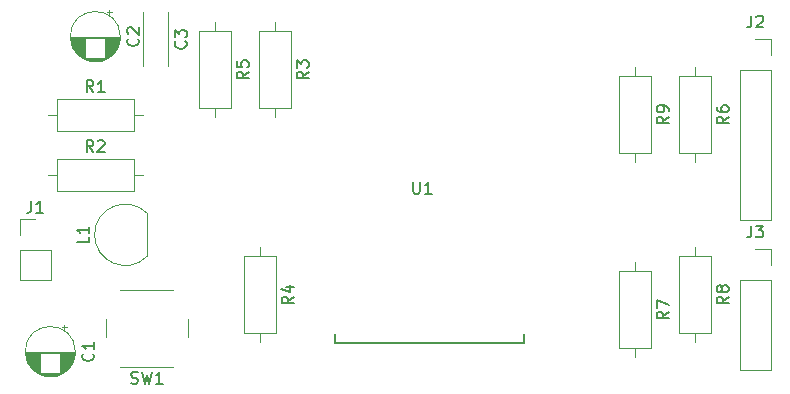
<source format=gbr>
G04 #@! TF.GenerationSoftware,KiCad,Pcbnew,5.0.2-bee76a0~70~ubuntu16.04.1*
G04 #@! TF.CreationDate,2019-02-11T12:56:34+03:00*
G04 #@! TF.ProjectId,esp12ef-ver1,65737031-3265-4662-9d76-6572312e6b69,rev?*
G04 #@! TF.SameCoordinates,Original*
G04 #@! TF.FileFunction,Legend,Top*
G04 #@! TF.FilePolarity,Positive*
%FSLAX46Y46*%
G04 Gerber Fmt 4.6, Leading zero omitted, Abs format (unit mm)*
G04 Created by KiCad (PCBNEW 5.0.2-bee76a0~70~ubuntu16.04.1) date Пн 11 фев 2019 12:56:34*
%MOMM*%
%LPD*%
G01*
G04 APERTURE LIST*
%ADD10C,0.120000*%
%ADD11C,0.152400*%
%ADD12C,0.150000*%
G04 APERTURE END LIST*
D10*
G04 #@! TO.C,L1*
X108530000Y-90700000D02*
X108530000Y-87100000D01*
X108518478Y-90738478D02*
G75*
G02X104080000Y-88900000I-1838478J1838478D01*
G01*
X108518478Y-87061522D02*
G75*
G03X104080000Y-88900000I-1838478J-1838478D01*
G01*
G04 #@! TO.C,R2*
X108180000Y-83820000D02*
X107410000Y-83820000D01*
X100100000Y-83820000D02*
X100870000Y-83820000D01*
X107410000Y-82450000D02*
X100870000Y-82450000D01*
X107410000Y-85190000D02*
X107410000Y-82450000D01*
X100870000Y-85190000D02*
X107410000Y-85190000D01*
X100870000Y-82450000D02*
X100870000Y-85190000D01*
G04 #@! TO.C,R8*
X156310000Y-90710000D02*
X153570000Y-90710000D01*
X153570000Y-90710000D02*
X153570000Y-97250000D01*
X153570000Y-97250000D02*
X156310000Y-97250000D01*
X156310000Y-97250000D02*
X156310000Y-90710000D01*
X154940000Y-89940000D02*
X154940000Y-90710000D01*
X154940000Y-98020000D02*
X154940000Y-97250000D01*
G04 #@! TO.C,C3*
X110290000Y-70080000D02*
X110290000Y-74620000D01*
X108150000Y-70080000D02*
X108150000Y-74620000D01*
X110290000Y-70080000D02*
X110275000Y-70080000D01*
X108165000Y-70080000D02*
X108150000Y-70080000D01*
X110290000Y-74620000D02*
X110275000Y-74620000D01*
X108165000Y-74620000D02*
X108150000Y-74620000D01*
G04 #@! TO.C,J1*
X97730000Y-92770000D02*
X100390000Y-92770000D01*
X97730000Y-90170000D02*
X97730000Y-92770000D01*
X100390000Y-90170000D02*
X100390000Y-92770000D01*
X97730000Y-90170000D02*
X100390000Y-90170000D01*
X97730000Y-88900000D02*
X97730000Y-87570000D01*
X97730000Y-87570000D02*
X99060000Y-87570000D01*
G04 #@! TO.C,J2*
X158690000Y-74930000D02*
X161350000Y-74930000D01*
X158690000Y-74930000D02*
X158690000Y-87690000D01*
X158690000Y-87690000D02*
X161350000Y-87690000D01*
X161350000Y-74930000D02*
X161350000Y-87690000D01*
X161350000Y-72330000D02*
X161350000Y-73660000D01*
X160020000Y-72330000D02*
X161350000Y-72330000D01*
G04 #@! TO.C,J3*
X158690000Y-92710000D02*
X161350000Y-92710000D01*
X158690000Y-92710000D02*
X158690000Y-100390000D01*
X158690000Y-100390000D02*
X161350000Y-100390000D01*
X161350000Y-92710000D02*
X161350000Y-100390000D01*
X161350000Y-90110000D02*
X161350000Y-91440000D01*
X160020000Y-90110000D02*
X161350000Y-90110000D01*
G04 #@! TO.C,SW1*
X110760000Y-93560000D02*
X106260000Y-93560000D01*
X112010000Y-97560000D02*
X112010000Y-96060000D01*
X106260000Y-100060000D02*
X110760000Y-100060000D01*
X105010000Y-96060000D02*
X105010000Y-97560000D01*
D11*
G04 #@! TO.C,U1*
X124449001Y-97294001D02*
X124449001Y-98056001D01*
X124449001Y-98056001D02*
X140451001Y-98056001D01*
X140451001Y-98056001D02*
X140451001Y-97294001D01*
D10*
G04 #@! TO.C,C1*
X101725000Y-96720199D02*
X101325000Y-96720199D01*
X101525000Y-96520199D02*
X101525000Y-96920199D01*
X100700000Y-100871000D02*
X99960000Y-100871000D01*
X100867000Y-100831000D02*
X99793000Y-100831000D01*
X100994000Y-100791000D02*
X99666000Y-100791000D01*
X101098000Y-100751000D02*
X99562000Y-100751000D01*
X101189000Y-100711000D02*
X99471000Y-100711000D01*
X101270000Y-100671000D02*
X99390000Y-100671000D01*
X101343000Y-100631000D02*
X99317000Y-100631000D01*
X99490000Y-100591000D02*
X99250000Y-100591000D01*
X101410000Y-100591000D02*
X101170000Y-100591000D01*
X99490000Y-100551000D02*
X99188000Y-100551000D01*
X101472000Y-100551000D02*
X101170000Y-100551000D01*
X99490000Y-100511000D02*
X99130000Y-100511000D01*
X101530000Y-100511000D02*
X101170000Y-100511000D01*
X99490000Y-100471000D02*
X99076000Y-100471000D01*
X101584000Y-100471000D02*
X101170000Y-100471000D01*
X99490000Y-100431000D02*
X99026000Y-100431000D01*
X101634000Y-100431000D02*
X101170000Y-100431000D01*
X99490000Y-100391000D02*
X98979000Y-100391000D01*
X101681000Y-100391000D02*
X101170000Y-100391000D01*
X99490000Y-100351000D02*
X98934000Y-100351000D01*
X101726000Y-100351000D02*
X101170000Y-100351000D01*
X99490000Y-100311000D02*
X98892000Y-100311000D01*
X101768000Y-100311000D02*
X101170000Y-100311000D01*
X99490000Y-100271000D02*
X98852000Y-100271000D01*
X101808000Y-100271000D02*
X101170000Y-100271000D01*
X99490000Y-100231000D02*
X98814000Y-100231000D01*
X101846000Y-100231000D02*
X101170000Y-100231000D01*
X99490000Y-100191000D02*
X98778000Y-100191000D01*
X101882000Y-100191000D02*
X101170000Y-100191000D01*
X99490000Y-100151000D02*
X98743000Y-100151000D01*
X101917000Y-100151000D02*
X101170000Y-100151000D01*
X99490000Y-100111000D02*
X98711000Y-100111000D01*
X101949000Y-100111000D02*
X101170000Y-100111000D01*
X99490000Y-100071000D02*
X98680000Y-100071000D01*
X101980000Y-100071000D02*
X101170000Y-100071000D01*
X99490000Y-100031000D02*
X98650000Y-100031000D01*
X102010000Y-100031000D02*
X101170000Y-100031000D01*
X99490000Y-99991000D02*
X98622000Y-99991000D01*
X102038000Y-99991000D02*
X101170000Y-99991000D01*
X99490000Y-99951000D02*
X98595000Y-99951000D01*
X102065000Y-99951000D02*
X101170000Y-99951000D01*
X99490000Y-99911000D02*
X98570000Y-99911000D01*
X102090000Y-99911000D02*
X101170000Y-99911000D01*
X99490000Y-99871000D02*
X98545000Y-99871000D01*
X102115000Y-99871000D02*
X101170000Y-99871000D01*
X99490000Y-99831000D02*
X98522000Y-99831000D01*
X102138000Y-99831000D02*
X101170000Y-99831000D01*
X99490000Y-99791000D02*
X98500000Y-99791000D01*
X102160000Y-99791000D02*
X101170000Y-99791000D01*
X99490000Y-99751000D02*
X98479000Y-99751000D01*
X102181000Y-99751000D02*
X101170000Y-99751000D01*
X99490000Y-99711000D02*
X98460000Y-99711000D01*
X102200000Y-99711000D02*
X101170000Y-99711000D01*
X99490000Y-99671000D02*
X98441000Y-99671000D01*
X102219000Y-99671000D02*
X101170000Y-99671000D01*
X99490000Y-99631000D02*
X98423000Y-99631000D01*
X102237000Y-99631000D02*
X101170000Y-99631000D01*
X99490000Y-99591000D02*
X98406000Y-99591000D01*
X102254000Y-99591000D02*
X101170000Y-99591000D01*
X99490000Y-99551000D02*
X98390000Y-99551000D01*
X102270000Y-99551000D02*
X101170000Y-99551000D01*
X99490000Y-99511000D02*
X98376000Y-99511000D01*
X102284000Y-99511000D02*
X101170000Y-99511000D01*
X99490000Y-99470000D02*
X98362000Y-99470000D01*
X102298000Y-99470000D02*
X101170000Y-99470000D01*
X99490000Y-99430000D02*
X98348000Y-99430000D01*
X102312000Y-99430000D02*
X101170000Y-99430000D01*
X99490000Y-99390000D02*
X98336000Y-99390000D01*
X102324000Y-99390000D02*
X101170000Y-99390000D01*
X99490000Y-99350000D02*
X98325000Y-99350000D01*
X102335000Y-99350000D02*
X101170000Y-99350000D01*
X99490000Y-99310000D02*
X98314000Y-99310000D01*
X102346000Y-99310000D02*
X101170000Y-99310000D01*
X99490000Y-99270000D02*
X98305000Y-99270000D01*
X102355000Y-99270000D02*
X101170000Y-99270000D01*
X99490000Y-99230000D02*
X98296000Y-99230000D01*
X102364000Y-99230000D02*
X101170000Y-99230000D01*
X99490000Y-99190000D02*
X98288000Y-99190000D01*
X102372000Y-99190000D02*
X101170000Y-99190000D01*
X99490000Y-99150000D02*
X98280000Y-99150000D01*
X102380000Y-99150000D02*
X101170000Y-99150000D01*
X99490000Y-99110000D02*
X98274000Y-99110000D01*
X102386000Y-99110000D02*
X101170000Y-99110000D01*
X99490000Y-99070000D02*
X98268000Y-99070000D01*
X102392000Y-99070000D02*
X101170000Y-99070000D01*
X99490000Y-99030000D02*
X98263000Y-99030000D01*
X102397000Y-99030000D02*
X101170000Y-99030000D01*
X99490000Y-98990000D02*
X98259000Y-98990000D01*
X102401000Y-98990000D02*
X101170000Y-98990000D01*
X102404000Y-98950000D02*
X98256000Y-98950000D01*
X102407000Y-98910000D02*
X98253000Y-98910000D01*
X102409000Y-98870000D02*
X98251000Y-98870000D01*
X102410000Y-98830000D02*
X98250000Y-98830000D01*
X102410000Y-98790000D02*
X98250000Y-98790000D01*
X102450000Y-98790000D02*
G75*
G03X102450000Y-98790000I-2120000J0D01*
G01*
G04 #@! TO.C,C2*
X106260000Y-72120000D02*
G75*
G03X106260000Y-72120000I-2120000J0D01*
G01*
X106220000Y-72120000D02*
X102060000Y-72120000D01*
X106220000Y-72160000D02*
X102060000Y-72160000D01*
X106219000Y-72200000D02*
X102061000Y-72200000D01*
X106217000Y-72240000D02*
X102063000Y-72240000D01*
X106214000Y-72280000D02*
X102066000Y-72280000D01*
X106211000Y-72320000D02*
X104980000Y-72320000D01*
X103300000Y-72320000D02*
X102069000Y-72320000D01*
X106207000Y-72360000D02*
X104980000Y-72360000D01*
X103300000Y-72360000D02*
X102073000Y-72360000D01*
X106202000Y-72400000D02*
X104980000Y-72400000D01*
X103300000Y-72400000D02*
X102078000Y-72400000D01*
X106196000Y-72440000D02*
X104980000Y-72440000D01*
X103300000Y-72440000D02*
X102084000Y-72440000D01*
X106190000Y-72480000D02*
X104980000Y-72480000D01*
X103300000Y-72480000D02*
X102090000Y-72480000D01*
X106182000Y-72520000D02*
X104980000Y-72520000D01*
X103300000Y-72520000D02*
X102098000Y-72520000D01*
X106174000Y-72560000D02*
X104980000Y-72560000D01*
X103300000Y-72560000D02*
X102106000Y-72560000D01*
X106165000Y-72600000D02*
X104980000Y-72600000D01*
X103300000Y-72600000D02*
X102115000Y-72600000D01*
X106156000Y-72640000D02*
X104980000Y-72640000D01*
X103300000Y-72640000D02*
X102124000Y-72640000D01*
X106145000Y-72680000D02*
X104980000Y-72680000D01*
X103300000Y-72680000D02*
X102135000Y-72680000D01*
X106134000Y-72720000D02*
X104980000Y-72720000D01*
X103300000Y-72720000D02*
X102146000Y-72720000D01*
X106122000Y-72760000D02*
X104980000Y-72760000D01*
X103300000Y-72760000D02*
X102158000Y-72760000D01*
X106108000Y-72800000D02*
X104980000Y-72800000D01*
X103300000Y-72800000D02*
X102172000Y-72800000D01*
X106094000Y-72841000D02*
X104980000Y-72841000D01*
X103300000Y-72841000D02*
X102186000Y-72841000D01*
X106080000Y-72881000D02*
X104980000Y-72881000D01*
X103300000Y-72881000D02*
X102200000Y-72881000D01*
X106064000Y-72921000D02*
X104980000Y-72921000D01*
X103300000Y-72921000D02*
X102216000Y-72921000D01*
X106047000Y-72961000D02*
X104980000Y-72961000D01*
X103300000Y-72961000D02*
X102233000Y-72961000D01*
X106029000Y-73001000D02*
X104980000Y-73001000D01*
X103300000Y-73001000D02*
X102251000Y-73001000D01*
X106010000Y-73041000D02*
X104980000Y-73041000D01*
X103300000Y-73041000D02*
X102270000Y-73041000D01*
X105991000Y-73081000D02*
X104980000Y-73081000D01*
X103300000Y-73081000D02*
X102289000Y-73081000D01*
X105970000Y-73121000D02*
X104980000Y-73121000D01*
X103300000Y-73121000D02*
X102310000Y-73121000D01*
X105948000Y-73161000D02*
X104980000Y-73161000D01*
X103300000Y-73161000D02*
X102332000Y-73161000D01*
X105925000Y-73201000D02*
X104980000Y-73201000D01*
X103300000Y-73201000D02*
X102355000Y-73201000D01*
X105900000Y-73241000D02*
X104980000Y-73241000D01*
X103300000Y-73241000D02*
X102380000Y-73241000D01*
X105875000Y-73281000D02*
X104980000Y-73281000D01*
X103300000Y-73281000D02*
X102405000Y-73281000D01*
X105848000Y-73321000D02*
X104980000Y-73321000D01*
X103300000Y-73321000D02*
X102432000Y-73321000D01*
X105820000Y-73361000D02*
X104980000Y-73361000D01*
X103300000Y-73361000D02*
X102460000Y-73361000D01*
X105790000Y-73401000D02*
X104980000Y-73401000D01*
X103300000Y-73401000D02*
X102490000Y-73401000D01*
X105759000Y-73441000D02*
X104980000Y-73441000D01*
X103300000Y-73441000D02*
X102521000Y-73441000D01*
X105727000Y-73481000D02*
X104980000Y-73481000D01*
X103300000Y-73481000D02*
X102553000Y-73481000D01*
X105692000Y-73521000D02*
X104980000Y-73521000D01*
X103300000Y-73521000D02*
X102588000Y-73521000D01*
X105656000Y-73561000D02*
X104980000Y-73561000D01*
X103300000Y-73561000D02*
X102624000Y-73561000D01*
X105618000Y-73601000D02*
X104980000Y-73601000D01*
X103300000Y-73601000D02*
X102662000Y-73601000D01*
X105578000Y-73641000D02*
X104980000Y-73641000D01*
X103300000Y-73641000D02*
X102702000Y-73641000D01*
X105536000Y-73681000D02*
X104980000Y-73681000D01*
X103300000Y-73681000D02*
X102744000Y-73681000D01*
X105491000Y-73721000D02*
X104980000Y-73721000D01*
X103300000Y-73721000D02*
X102789000Y-73721000D01*
X105444000Y-73761000D02*
X104980000Y-73761000D01*
X103300000Y-73761000D02*
X102836000Y-73761000D01*
X105394000Y-73801000D02*
X104980000Y-73801000D01*
X103300000Y-73801000D02*
X102886000Y-73801000D01*
X105340000Y-73841000D02*
X104980000Y-73841000D01*
X103300000Y-73841000D02*
X102940000Y-73841000D01*
X105282000Y-73881000D02*
X104980000Y-73881000D01*
X103300000Y-73881000D02*
X102998000Y-73881000D01*
X105220000Y-73921000D02*
X104980000Y-73921000D01*
X103300000Y-73921000D02*
X103060000Y-73921000D01*
X105153000Y-73961000D02*
X103127000Y-73961000D01*
X105080000Y-74001000D02*
X103200000Y-74001000D01*
X104999000Y-74041000D02*
X103281000Y-74041000D01*
X104908000Y-74081000D02*
X103372000Y-74081000D01*
X104804000Y-74121000D02*
X103476000Y-74121000D01*
X104677000Y-74161000D02*
X103603000Y-74161000D01*
X104510000Y-74201000D02*
X103770000Y-74201000D01*
X105335000Y-69850199D02*
X105335000Y-70250199D01*
X105535000Y-70050199D02*
X105135000Y-70050199D01*
G04 #@! TO.C,R1*
X100870000Y-77370000D02*
X100870000Y-80110000D01*
X100870000Y-80110000D02*
X107410000Y-80110000D01*
X107410000Y-80110000D02*
X107410000Y-77370000D01*
X107410000Y-77370000D02*
X100870000Y-77370000D01*
X100100000Y-78740000D02*
X100870000Y-78740000D01*
X108180000Y-78740000D02*
X107410000Y-78740000D01*
G04 #@! TO.C,R3*
X120750000Y-71660000D02*
X118010000Y-71660000D01*
X118010000Y-71660000D02*
X118010000Y-78200000D01*
X118010000Y-78200000D02*
X120750000Y-78200000D01*
X120750000Y-78200000D02*
X120750000Y-71660000D01*
X119380000Y-70890000D02*
X119380000Y-71660000D01*
X119380000Y-78970000D02*
X119380000Y-78200000D01*
G04 #@! TO.C,R4*
X118110000Y-98020000D02*
X118110000Y-97250000D01*
X118110000Y-89940000D02*
X118110000Y-90710000D01*
X119480000Y-97250000D02*
X119480000Y-90710000D01*
X116740000Y-97250000D02*
X119480000Y-97250000D01*
X116740000Y-90710000D02*
X116740000Y-97250000D01*
X119480000Y-90710000D02*
X116740000Y-90710000D01*
G04 #@! TO.C,R5*
X115670000Y-71660000D02*
X112930000Y-71660000D01*
X112930000Y-71660000D02*
X112930000Y-78200000D01*
X112930000Y-78200000D02*
X115670000Y-78200000D01*
X115670000Y-78200000D02*
X115670000Y-71660000D01*
X114300000Y-70890000D02*
X114300000Y-71660000D01*
X114300000Y-78970000D02*
X114300000Y-78200000D01*
G04 #@! TO.C,R6*
X154940000Y-82780000D02*
X154940000Y-82010000D01*
X154940000Y-74700000D02*
X154940000Y-75470000D01*
X156310000Y-82010000D02*
X156310000Y-75470000D01*
X153570000Y-82010000D02*
X156310000Y-82010000D01*
X153570000Y-75470000D02*
X153570000Y-82010000D01*
X156310000Y-75470000D02*
X153570000Y-75470000D01*
G04 #@! TO.C,R7*
X151230000Y-91980000D02*
X148490000Y-91980000D01*
X148490000Y-91980000D02*
X148490000Y-98520000D01*
X148490000Y-98520000D02*
X151230000Y-98520000D01*
X151230000Y-98520000D02*
X151230000Y-91980000D01*
X149860000Y-91210000D02*
X149860000Y-91980000D01*
X149860000Y-99290000D02*
X149860000Y-98520000D01*
G04 #@! TO.C,R9*
X149860000Y-82780000D02*
X149860000Y-82010000D01*
X149860000Y-74700000D02*
X149860000Y-75470000D01*
X151230000Y-82010000D02*
X151230000Y-75470000D01*
X148490000Y-82010000D02*
X151230000Y-82010000D01*
X148490000Y-75470000D02*
X148490000Y-82010000D01*
X151230000Y-75470000D02*
X148490000Y-75470000D01*
G04 #@! TO.C,L1*
D12*
X103572380Y-89066666D02*
X103572380Y-89542857D01*
X102572380Y-89542857D01*
X103572380Y-88209523D02*
X103572380Y-88780952D01*
X103572380Y-88495238D02*
X102572380Y-88495238D01*
X102715238Y-88590476D01*
X102810476Y-88685714D01*
X102858095Y-88780952D01*
G04 #@! TO.C,R2*
X103973333Y-81902380D02*
X103640000Y-81426190D01*
X103401904Y-81902380D02*
X103401904Y-80902380D01*
X103782857Y-80902380D01*
X103878095Y-80950000D01*
X103925714Y-80997619D01*
X103973333Y-81092857D01*
X103973333Y-81235714D01*
X103925714Y-81330952D01*
X103878095Y-81378571D01*
X103782857Y-81426190D01*
X103401904Y-81426190D01*
X104354285Y-80997619D02*
X104401904Y-80950000D01*
X104497142Y-80902380D01*
X104735238Y-80902380D01*
X104830476Y-80950000D01*
X104878095Y-80997619D01*
X104925714Y-81092857D01*
X104925714Y-81188095D01*
X104878095Y-81330952D01*
X104306666Y-81902380D01*
X104925714Y-81902380D01*
G04 #@! TO.C,R8*
X157762380Y-94146666D02*
X157286190Y-94480000D01*
X157762380Y-94718095D02*
X156762380Y-94718095D01*
X156762380Y-94337142D01*
X156810000Y-94241904D01*
X156857619Y-94194285D01*
X156952857Y-94146666D01*
X157095714Y-94146666D01*
X157190952Y-94194285D01*
X157238571Y-94241904D01*
X157286190Y-94337142D01*
X157286190Y-94718095D01*
X157190952Y-93575238D02*
X157143333Y-93670476D01*
X157095714Y-93718095D01*
X157000476Y-93765714D01*
X156952857Y-93765714D01*
X156857619Y-93718095D01*
X156810000Y-93670476D01*
X156762380Y-93575238D01*
X156762380Y-93384761D01*
X156810000Y-93289523D01*
X156857619Y-93241904D01*
X156952857Y-93194285D01*
X157000476Y-93194285D01*
X157095714Y-93241904D01*
X157143333Y-93289523D01*
X157190952Y-93384761D01*
X157190952Y-93575238D01*
X157238571Y-93670476D01*
X157286190Y-93718095D01*
X157381428Y-93765714D01*
X157571904Y-93765714D01*
X157667142Y-93718095D01*
X157714761Y-93670476D01*
X157762380Y-93575238D01*
X157762380Y-93384761D01*
X157714761Y-93289523D01*
X157667142Y-93241904D01*
X157571904Y-93194285D01*
X157381428Y-93194285D01*
X157286190Y-93241904D01*
X157238571Y-93289523D01*
X157190952Y-93384761D01*
G04 #@! TO.C,C3*
X111777142Y-72516666D02*
X111824761Y-72564285D01*
X111872380Y-72707142D01*
X111872380Y-72802380D01*
X111824761Y-72945238D01*
X111729523Y-73040476D01*
X111634285Y-73088095D01*
X111443809Y-73135714D01*
X111300952Y-73135714D01*
X111110476Y-73088095D01*
X111015238Y-73040476D01*
X110920000Y-72945238D01*
X110872380Y-72802380D01*
X110872380Y-72707142D01*
X110920000Y-72564285D01*
X110967619Y-72516666D01*
X110872380Y-72183333D02*
X110872380Y-71564285D01*
X111253333Y-71897619D01*
X111253333Y-71754761D01*
X111300952Y-71659523D01*
X111348571Y-71611904D01*
X111443809Y-71564285D01*
X111681904Y-71564285D01*
X111777142Y-71611904D01*
X111824761Y-71659523D01*
X111872380Y-71754761D01*
X111872380Y-72040476D01*
X111824761Y-72135714D01*
X111777142Y-72183333D01*
G04 #@! TO.C,J1*
X98726666Y-86022380D02*
X98726666Y-86736666D01*
X98679047Y-86879523D01*
X98583809Y-86974761D01*
X98440952Y-87022380D01*
X98345714Y-87022380D01*
X99726666Y-87022380D02*
X99155238Y-87022380D01*
X99440952Y-87022380D02*
X99440952Y-86022380D01*
X99345714Y-86165238D01*
X99250476Y-86260476D01*
X99155238Y-86308095D01*
G04 #@! TO.C,J2*
X159686666Y-70342380D02*
X159686666Y-71056666D01*
X159639047Y-71199523D01*
X159543809Y-71294761D01*
X159400952Y-71342380D01*
X159305714Y-71342380D01*
X160115238Y-70437619D02*
X160162857Y-70390000D01*
X160258095Y-70342380D01*
X160496190Y-70342380D01*
X160591428Y-70390000D01*
X160639047Y-70437619D01*
X160686666Y-70532857D01*
X160686666Y-70628095D01*
X160639047Y-70770952D01*
X160067619Y-71342380D01*
X160686666Y-71342380D01*
G04 #@! TO.C,J3*
X159686666Y-88122380D02*
X159686666Y-88836666D01*
X159639047Y-88979523D01*
X159543809Y-89074761D01*
X159400952Y-89122380D01*
X159305714Y-89122380D01*
X160067619Y-88122380D02*
X160686666Y-88122380D01*
X160353333Y-88503333D01*
X160496190Y-88503333D01*
X160591428Y-88550952D01*
X160639047Y-88598571D01*
X160686666Y-88693809D01*
X160686666Y-88931904D01*
X160639047Y-89027142D01*
X160591428Y-89074761D01*
X160496190Y-89122380D01*
X160210476Y-89122380D01*
X160115238Y-89074761D01*
X160067619Y-89027142D01*
G04 #@! TO.C,SW1*
X107176666Y-101464761D02*
X107319523Y-101512380D01*
X107557619Y-101512380D01*
X107652857Y-101464761D01*
X107700476Y-101417142D01*
X107748095Y-101321904D01*
X107748095Y-101226666D01*
X107700476Y-101131428D01*
X107652857Y-101083809D01*
X107557619Y-101036190D01*
X107367142Y-100988571D01*
X107271904Y-100940952D01*
X107224285Y-100893333D01*
X107176666Y-100798095D01*
X107176666Y-100702857D01*
X107224285Y-100607619D01*
X107271904Y-100560000D01*
X107367142Y-100512380D01*
X107605238Y-100512380D01*
X107748095Y-100560000D01*
X108081428Y-100512380D02*
X108319523Y-101512380D01*
X108510000Y-100798095D01*
X108700476Y-101512380D01*
X108938571Y-100512380D01*
X109843333Y-101512380D02*
X109271904Y-101512380D01*
X109557619Y-101512380D02*
X109557619Y-100512380D01*
X109462380Y-100655238D01*
X109367142Y-100750476D01*
X109271904Y-100798095D01*
G04 #@! TO.C,U1*
X131053096Y-84427381D02*
X131053096Y-85236905D01*
X131100715Y-85332143D01*
X131148334Y-85379762D01*
X131243572Y-85427381D01*
X131434048Y-85427381D01*
X131529286Y-85379762D01*
X131576905Y-85332143D01*
X131624524Y-85236905D01*
X131624524Y-84427381D01*
X132624524Y-85427381D02*
X132053096Y-85427381D01*
X132338810Y-85427381D02*
X132338810Y-84427381D01*
X132243572Y-84570239D01*
X132148334Y-84665477D01*
X132053096Y-84713096D01*
G04 #@! TO.C,C1*
X103937142Y-98956666D02*
X103984761Y-99004285D01*
X104032380Y-99147142D01*
X104032380Y-99242380D01*
X103984761Y-99385238D01*
X103889523Y-99480476D01*
X103794285Y-99528095D01*
X103603809Y-99575714D01*
X103460952Y-99575714D01*
X103270476Y-99528095D01*
X103175238Y-99480476D01*
X103080000Y-99385238D01*
X103032380Y-99242380D01*
X103032380Y-99147142D01*
X103080000Y-99004285D01*
X103127619Y-98956666D01*
X104032380Y-98004285D02*
X104032380Y-98575714D01*
X104032380Y-98290000D02*
X103032380Y-98290000D01*
X103175238Y-98385238D01*
X103270476Y-98480476D01*
X103318095Y-98575714D01*
G04 #@! TO.C,C2*
X107747142Y-72286666D02*
X107794761Y-72334285D01*
X107842380Y-72477142D01*
X107842380Y-72572380D01*
X107794761Y-72715238D01*
X107699523Y-72810476D01*
X107604285Y-72858095D01*
X107413809Y-72905714D01*
X107270952Y-72905714D01*
X107080476Y-72858095D01*
X106985238Y-72810476D01*
X106890000Y-72715238D01*
X106842380Y-72572380D01*
X106842380Y-72477142D01*
X106890000Y-72334285D01*
X106937619Y-72286666D01*
X106937619Y-71905714D02*
X106890000Y-71858095D01*
X106842380Y-71762857D01*
X106842380Y-71524761D01*
X106890000Y-71429523D01*
X106937619Y-71381904D01*
X107032857Y-71334285D01*
X107128095Y-71334285D01*
X107270952Y-71381904D01*
X107842380Y-71953333D01*
X107842380Y-71334285D01*
G04 #@! TO.C,R1*
X103973333Y-76822380D02*
X103640000Y-76346190D01*
X103401904Y-76822380D02*
X103401904Y-75822380D01*
X103782857Y-75822380D01*
X103878095Y-75870000D01*
X103925714Y-75917619D01*
X103973333Y-76012857D01*
X103973333Y-76155714D01*
X103925714Y-76250952D01*
X103878095Y-76298571D01*
X103782857Y-76346190D01*
X103401904Y-76346190D01*
X104925714Y-76822380D02*
X104354285Y-76822380D01*
X104640000Y-76822380D02*
X104640000Y-75822380D01*
X104544761Y-75965238D01*
X104449523Y-76060476D01*
X104354285Y-76108095D01*
G04 #@! TO.C,R3*
X122202380Y-75096666D02*
X121726190Y-75430000D01*
X122202380Y-75668095D02*
X121202380Y-75668095D01*
X121202380Y-75287142D01*
X121250000Y-75191904D01*
X121297619Y-75144285D01*
X121392857Y-75096666D01*
X121535714Y-75096666D01*
X121630952Y-75144285D01*
X121678571Y-75191904D01*
X121726190Y-75287142D01*
X121726190Y-75668095D01*
X121202380Y-74763333D02*
X121202380Y-74144285D01*
X121583333Y-74477619D01*
X121583333Y-74334761D01*
X121630952Y-74239523D01*
X121678571Y-74191904D01*
X121773809Y-74144285D01*
X122011904Y-74144285D01*
X122107142Y-74191904D01*
X122154761Y-74239523D01*
X122202380Y-74334761D01*
X122202380Y-74620476D01*
X122154761Y-74715714D01*
X122107142Y-74763333D01*
G04 #@! TO.C,R4*
X120932380Y-94146666D02*
X120456190Y-94480000D01*
X120932380Y-94718095D02*
X119932380Y-94718095D01*
X119932380Y-94337142D01*
X119980000Y-94241904D01*
X120027619Y-94194285D01*
X120122857Y-94146666D01*
X120265714Y-94146666D01*
X120360952Y-94194285D01*
X120408571Y-94241904D01*
X120456190Y-94337142D01*
X120456190Y-94718095D01*
X120265714Y-93289523D02*
X120932380Y-93289523D01*
X119884761Y-93527619D02*
X120599047Y-93765714D01*
X120599047Y-93146666D01*
G04 #@! TO.C,R5*
X117122380Y-75096666D02*
X116646190Y-75430000D01*
X117122380Y-75668095D02*
X116122380Y-75668095D01*
X116122380Y-75287142D01*
X116170000Y-75191904D01*
X116217619Y-75144285D01*
X116312857Y-75096666D01*
X116455714Y-75096666D01*
X116550952Y-75144285D01*
X116598571Y-75191904D01*
X116646190Y-75287142D01*
X116646190Y-75668095D01*
X116122380Y-74191904D02*
X116122380Y-74668095D01*
X116598571Y-74715714D01*
X116550952Y-74668095D01*
X116503333Y-74572857D01*
X116503333Y-74334761D01*
X116550952Y-74239523D01*
X116598571Y-74191904D01*
X116693809Y-74144285D01*
X116931904Y-74144285D01*
X117027142Y-74191904D01*
X117074761Y-74239523D01*
X117122380Y-74334761D01*
X117122380Y-74572857D01*
X117074761Y-74668095D01*
X117027142Y-74715714D01*
G04 #@! TO.C,R6*
X157762380Y-78906666D02*
X157286190Y-79240000D01*
X157762380Y-79478095D02*
X156762380Y-79478095D01*
X156762380Y-79097142D01*
X156810000Y-79001904D01*
X156857619Y-78954285D01*
X156952857Y-78906666D01*
X157095714Y-78906666D01*
X157190952Y-78954285D01*
X157238571Y-79001904D01*
X157286190Y-79097142D01*
X157286190Y-79478095D01*
X156762380Y-78049523D02*
X156762380Y-78240000D01*
X156810000Y-78335238D01*
X156857619Y-78382857D01*
X157000476Y-78478095D01*
X157190952Y-78525714D01*
X157571904Y-78525714D01*
X157667142Y-78478095D01*
X157714761Y-78430476D01*
X157762380Y-78335238D01*
X157762380Y-78144761D01*
X157714761Y-78049523D01*
X157667142Y-78001904D01*
X157571904Y-77954285D01*
X157333809Y-77954285D01*
X157238571Y-78001904D01*
X157190952Y-78049523D01*
X157143333Y-78144761D01*
X157143333Y-78335238D01*
X157190952Y-78430476D01*
X157238571Y-78478095D01*
X157333809Y-78525714D01*
G04 #@! TO.C,R7*
X152682380Y-95416666D02*
X152206190Y-95750000D01*
X152682380Y-95988095D02*
X151682380Y-95988095D01*
X151682380Y-95607142D01*
X151730000Y-95511904D01*
X151777619Y-95464285D01*
X151872857Y-95416666D01*
X152015714Y-95416666D01*
X152110952Y-95464285D01*
X152158571Y-95511904D01*
X152206190Y-95607142D01*
X152206190Y-95988095D01*
X151682380Y-95083333D02*
X151682380Y-94416666D01*
X152682380Y-94845238D01*
G04 #@! TO.C,R9*
X152682380Y-78906666D02*
X152206190Y-79240000D01*
X152682380Y-79478095D02*
X151682380Y-79478095D01*
X151682380Y-79097142D01*
X151730000Y-79001904D01*
X151777619Y-78954285D01*
X151872857Y-78906666D01*
X152015714Y-78906666D01*
X152110952Y-78954285D01*
X152158571Y-79001904D01*
X152206190Y-79097142D01*
X152206190Y-79478095D01*
X152682380Y-78430476D02*
X152682380Y-78240000D01*
X152634761Y-78144761D01*
X152587142Y-78097142D01*
X152444285Y-78001904D01*
X152253809Y-77954285D01*
X151872857Y-77954285D01*
X151777619Y-78001904D01*
X151730000Y-78049523D01*
X151682380Y-78144761D01*
X151682380Y-78335238D01*
X151730000Y-78430476D01*
X151777619Y-78478095D01*
X151872857Y-78525714D01*
X152110952Y-78525714D01*
X152206190Y-78478095D01*
X152253809Y-78430476D01*
X152301428Y-78335238D01*
X152301428Y-78144761D01*
X152253809Y-78049523D01*
X152206190Y-78001904D01*
X152110952Y-77954285D01*
G04 #@! TD*
M02*

</source>
